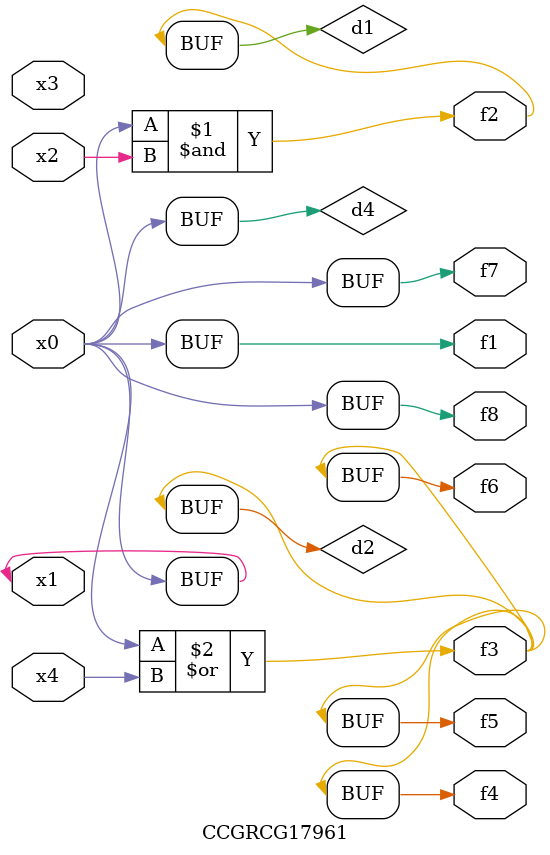
<source format=v>
module CCGRCG17961(
	input x0, x1, x2, x3, x4,
	output f1, f2, f3, f4, f5, f6, f7, f8
);

	wire d1, d2, d3, d4;

	and (d1, x0, x2);
	or (d2, x0, x4);
	nand (d3, x0, x2);
	buf (d4, x0, x1);
	assign f1 = d4;
	assign f2 = d1;
	assign f3 = d2;
	assign f4 = d2;
	assign f5 = d2;
	assign f6 = d2;
	assign f7 = d4;
	assign f8 = d4;
endmodule

</source>
